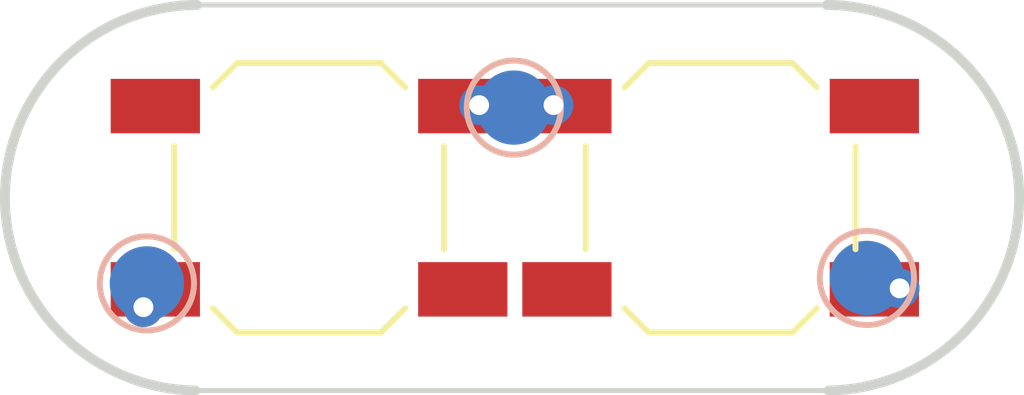
<source format=kicad_pcb>
(kicad_pcb (version 20221018) (generator pcbnew)
  (layers (0 "F.Cu" signal) (31 "B.Cu" signal) (34 "B.Paste" user) (35 "F.Paste" user) (36 "B.SilkS" user "B.Silkscreen") (37 "F.SilkS" user "F.Silkscreen") (38 "B.Mask" user) (39 "F.Mask" user) (44 "Edge.Cuts" user))
  (net 0 "")
  (footprint "Button_Switch_SMD:SW_SPST_SKQG_WithStem" (layer "F.Cu") (at 158.3 100)
    (fp_text reference "REF**" hide)
    (fp_text value "SW_SPST_SKQG_WithStem" hide)
    (fp_line (start -2.72 1.04) (end -2.72 -1.04) (stroke (width 0.12)) (layer "F.SilkS"))
    (fp_line (start -1.45 -2.72) (end -1.94 -2.23) (stroke (width 0.12)) (layer "F.SilkS"))
    (fp_line (start -1.45 -2.72) (end 1.45 -2.72) (stroke (width 0.12)) (layer "F.SilkS"))
    (fp_line (start -1.45 2.72) (end -1.94 2.23) (stroke (width 0.12)) (layer "F.SilkS"))
    (fp_line (start -1.45 2.72) (end 1.45 2.72) (stroke (width 0.12)) (layer "F.SilkS"))
    (fp_line (start 1.45 -2.72) (end 1.94 -2.23) (stroke (width 0.12)) (layer "F.SilkS"))
    (fp_line (start 1.45 2.72) (end 1.94 2.23) (stroke (width 0.12)) (layer "F.SilkS"))
    (fp_line (start 2.72 1.04) (end 2.72 -1.04) (stroke (width 0.12)) (layer "F.SilkS"))
    (pad "1" smd rect (at -3.1 -1.85) (size 1.8 1.1) (layers "F.Cu" "F.Paste" "F.Mask"))
    (pad "1" smd rect (at 3.1 -1.85) (size 1.8 1.1) (layers "F.Cu" "F.Paste" "F.Mask"))
    (pad "2" smd rect (at -3.1 1.85) (size 1.8 1.1) (layers "F.Cu" "F.Paste" "F.Mask"))
    (pad "2" smd rect (at 3.1 1.85) (size 1.8 1.1) (layers "F.Cu" "F.Paste" "F.Mask"))
  )
  (footprint "Button_Switch_SMD:SW_SPST_SKQG_WithStem" (layer "F.Cu") (at 150 100)
    (fp_text reference "REF**" hide)
    (fp_text value "SW_SPST_SKQG_WithStem" hide)
    (fp_line (start -2.72 1.04) (end -2.72 -1.04) (stroke (width 0.12)) (layer "F.SilkS"))
    (fp_line (start -1.45 -2.72) (end -1.94 -2.23) (stroke (width 0.12)) (layer "F.SilkS"))
    (fp_line (start -1.45 -2.72) (end 1.45 -2.72) (stroke (width 0.12)) (layer "F.SilkS"))
    (fp_line (start -1.45 2.72) (end -1.94 2.23) (stroke (width 0.12)) (layer "F.SilkS"))
    (fp_line (start -1.45 2.72) (end 1.45 2.72) (stroke (width 0.12)) (layer "F.SilkS"))
    (fp_line (start 1.45 -2.72) (end 1.94 -2.23) (stroke (width 0.12)) (layer "F.SilkS"))
    (fp_line (start 1.45 2.72) (end 1.94 2.23) (stroke (width 0.12)) (layer "F.SilkS"))
    (fp_line (start 2.72 1.04) (end 2.72 -1.04) (stroke (width 0.12)) (layer "F.SilkS"))
    (pad "1" smd rect (at -3.1 -1.85) (size 1.8 1.1) (layers "F.Cu" "F.Paste" "F.Mask"))
    (pad "1" smd rect (at 3.1 -1.85) (size 1.8 1.1) (layers "F.Cu" "F.Paste" "F.Mask"))
    (pad "2" smd rect (at -3.1 1.85) (size 1.8 1.1) (layers "F.Cu" "F.Paste" "F.Mask"))
    (pad "2" smd rect (at 3.1 1.85) (size 1.8 1.1) (layers "F.Cu" "F.Paste" "F.Mask"))
  )
  (footprint "TestPoint:TestPoint_Pad_D1.5mm" (layer "B.Cu") (at 146.73 101.73 180)
    (fp_text reference "REF**" hide)
    (fp_text value "TestPoint_Pad_D1.5mm" hide)
    (fp_circle (center 0 0) (end 0 -0.95) (stroke (width 0.12)) (fill none) (layer "B.SilkS"))
    (pad "1" smd circle (at 0 0 180) (size 1.5 1.5) (layers "B.Cu" "B.Mask"))
  )
  (footprint "TestPoint:TestPoint_Pad_D1.5mm" (layer "B.Cu") (at 154.13 98.18 180)
    (fp_text reference "REF**" hide)
    (fp_text value "TestPoint_Pad_D1.5mm" hide)
    (fp_circle (center 0 0) (end 0 -0.95) (stroke (width 0.12)) (fill none) (layer "B.SilkS"))
    (pad "1" smd circle (at 0 0 180) (size 1.5 1.5) (layers "B.Cu" "B.Mask"))
  )
  (footprint "TestPoint:TestPoint_Pad_D1.5mm" (layer "B.Cu") (at 161.25 101.62 180)
    (fp_text reference "REF**" hide)
    (fp_text value "TestPoint_Pad_D1.5mm" hide)
    (fp_circle (center 0 0) (end 0 -0.95) (stroke (width 0.12)) (fill none) (layer "B.SilkS"))
    (pad "1" smd circle (at 0 0 180) (size 1.5 1.5) (layers "B.Cu" "B.Mask"))
  )
  (gr_arc (start 160.445498 96.107713) (mid 164.32 99.98319) (end 160.479423 103.892288) (stroke (width 0.2)) (layer "Edge.Cuts"))
  (gr_arc (start 147.708297 103.892288) (mid 143.86772 99.98319) (end 147.742222 96.107713) (stroke (width 0.2)) (layer "Edge.Cuts"))
  (gr_line (start 147.742222 96.107713) (end 160.445498 96.107713) (stroke (width 0.1)) (layer "Edge.Cuts"))
  (gr_line (start 160.479423 103.892288) (end 147.708297 103.892288) (stroke (width 0.1)) (layer "Edge.Cuts"))
  (via (at 146.66 102.21) (size 0.8) (drill 0.4) (layers "F.Cu" "B.Cu") (net 0))
  (via (at 161.91 101.83) (size 0.8) (drill 0.4) (layers "F.Cu" "B.Cu") (net 0))
  (via (at 154.93 98.13) (size 0.8) (drill 0.4) (layers "F.Cu" "B.Cu") (net 0))
  (via (at 153.43 98.13) (size 0.8) (drill 0.4) (layers "F.Cu" "B.Cu") (net 0))
)
</source>
